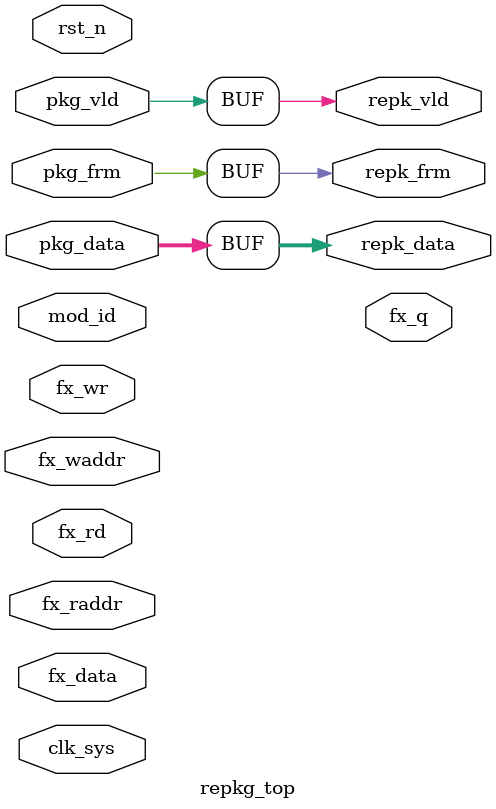
<source format=v>

module repkg_top(
//data path
pkg_data,
pkg_vld,
pkg_frm,
repk_data,
repk_vld,
repk_frm,
//fx bus
fx_waddr,
fx_wr,
fx_data,
fx_rd,
fx_raddr,
fx_q,
mod_id,
//clk rst
clk_sys,
rst_n
);
input[15:0]	pkg_data;
input				pkg_vld;
input				pkg_frm;
output [15:0]	repk_data;
output				repk_vld;
output				repk_frm;
//fx_bus
input 				fx_wr;
input [7:0]		fx_data;
input [15:0]	fx_waddr;
input [15:0]	fx_raddr;
input 				fx_rd;
output  [7:0]	fx_q;
input [5:0] mod_id;
//clk rst
input clk_sys;
input rst_n;
//-------------------------------------------
//-------------------------------------------


// no logic
wire [15:0]	repk_data = pkg_data;
wire				repk_vld = pkg_vld;
wire				repk_frm = pkg_frm;


endmodule

</source>
